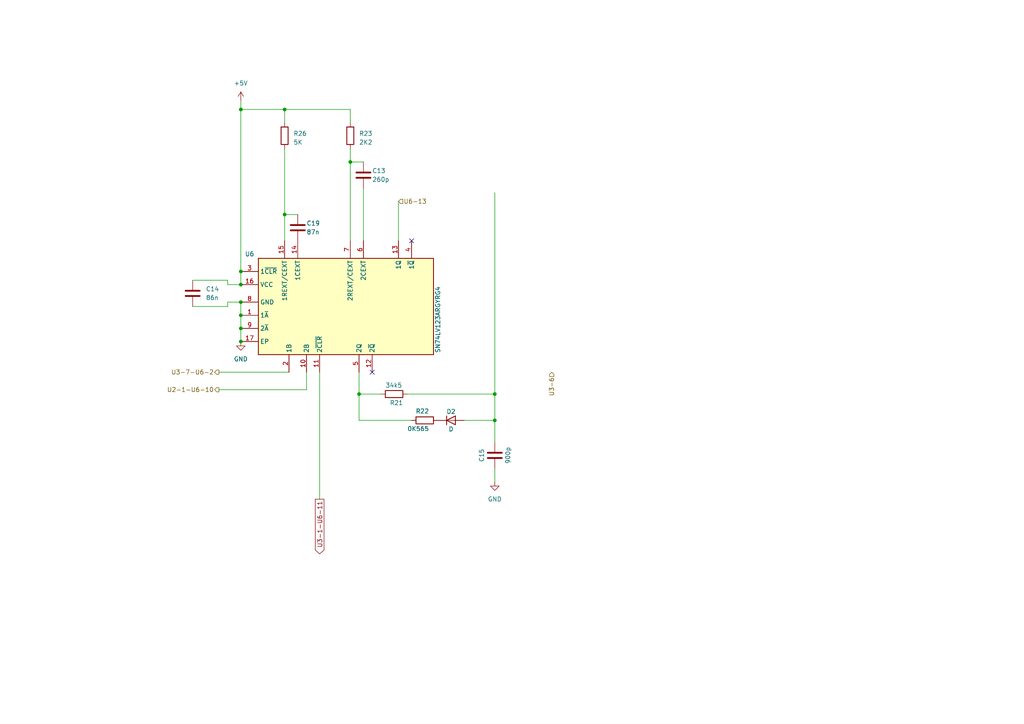
<source format=kicad_sch>
(kicad_sch (version 20230409) (generator eeschema)
  (paper "A4")
  (lib_symbols
    (symbol "Device:C" (pin_numbers hide) (pin_names (offset 0.254))
      (property "Reference" "C" (at 0.635 2.54 0))
      (property "Value" "C" (at 0.635 -2.54 0))
      (symbol "C_0_1"
        (polyline (pts (xy -2.032 -0.762) (xy 2.032 -0.762)) (stroke (width 0.508)))
        (polyline (pts (xy -2.032 0.762) (xy 2.032 0.762)) (stroke (width 0.508)))
      )
      (symbol "C_1_1"
        (pin passive line (at 0 3.81 270) (length 2.794) (name "~") (number "1"))
        (pin passive line (at 0 -3.81 90) (length 2.794) (name "~") (number "2"))
      )
    )
    (symbol "Device:D" (pin_numbers hide) (pin_names (offset 1.016) hide)
      (property "Reference" "D" (at 0 2.54 0))
      (property "Value" "D" (at 0 -2.54 0))
      (symbol "D_0_1"
        (polyline (pts (xy -1.27 1.27) (xy -1.27 -1.27)) (stroke (width 0.254)))
        (polyline (pts (xy 1.27 0) (xy -1.27 0)))
        (polyline (pts (xy 1.27 1.27) (xy 1.27 -1.27) (xy -1.27 0) (xy 1.27 1.27)) (stroke (width 0.254)))
      )
      (symbol "D_1_1"
        (pin passive line (at -3.81 0 0) (length 2.54) (name "K") (number "1"))
        (pin passive line (at 3.81 0 180) (length 2.54) (name "A") (number "2"))
      )
    )
    (symbol "Device:R" (pin_numbers hide) (pin_names (offset 0))
      (property "Reference" "R" (at 2.032 0 90))
      (property "Value" "R" (at 0 0 90))
      (symbol "R_0_1"
        (rectangle (start -1.016 -2.54) (end 1.016 2.54) (stroke (width 0.254)))
      )
      (symbol "R_1_1"
        (pin passive line (at 0 3.81 270) (length 1.27) (name "~") (number "1"))
        (pin passive line (at 0 -3.81 90) (length 1.27) (name "~") (number "2"))
      )
    )
    (symbol "SamacSys_Parts:SN74LV123ARGYRG4"
      (property "Reference" "U6" (at -27.94 13.97 0))
      (property "Value" "SN74LV123ARGYRG4" (at 26.67 -5.08 90))
      (symbol "SN74LV123ARGYRG4_1_1"
        (rectangle (start -25.4 12.7) (end 25.4 -15.24) (stroke (width 0.254)) (fill (type background)))
        (pin passive line (at -30.48 -3.81 0) (length 5.08) (name "1~{A}") (number "1"))
        (pin passive line (at -11.43 -20.32 90) (length 5.08) (name "2B") (number "10"))
        (pin passive line (at -7.62 -20.32 90) (length 5.08) (name "2~{CLR}") (number "11"))
        (pin passive line (at 7.62 -20.32 90) (length 5.08) (name "2~{Q}") (number "12"))
        (pin passive line (at 15.24 17.78 270) (length 5.08) (name "1Q") (number "13"))
        (pin passive line (at -13.97 17.78 270) (length 5.08) (name "1CEXT") (number "14"))
        (pin passive line (at -17.78 17.78 270) (length 5.08) (name "1REXT/CEXT") (number "15"))
        (pin passive line (at -30.48 5.08 0) (length 5.08) (name "VCC") (number "16"))
        (pin passive line (at -30.48 -11.43 0) (length 5.08) (name "EP") (number "17"))
        (pin passive line (at -16.51 -20.32 90) (length 5.08) (name "1B") (number "2"))
        (pin passive line (at -30.48 8.89 0) (length 5.08) (name "1~{CLR}") (number "3"))
        (pin passive line (at 19.05 17.78 270) (length 5.08) (name "1~{Q}") (number "4"))
        (pin passive line (at 3.81 -20.32 90) (length 5.08) (name "2Q") (number "5"))
        (pin passive line (at 5.08 17.78 270) (length 5.08) (name "2CEXT") (number "6"))
        (pin passive line (at 1.27 17.78 270) (length 5.08) (name "2REXT/CEXT") (number "7"))
        (pin passive line (at -30.48 0 0) (length 5.08) (name "GND") (number "8"))
        (pin passive line (at -30.48 -7.62 0) (length 5.08) (name "2~{A}") (number "9"))
      )
    )
    (symbol "power:+5V" (power) (pin_names (offset 0))
      (property "Value" "+5V" (at 0 3.556 0))
      (symbol "+5V_0_1"
        (polyline (pts (xy -0.762 1.27) (xy 0 2.54)))
        (polyline (pts (xy 0 0) (xy 0 2.54)))
        (polyline (pts (xy 0 2.54) (xy 0.762 1.27)))
      )
      (symbol "+5V_1_1"
        (pin power_in line (at 0 0 90) (length 0) hide (name "+5V") (number "1"))
      )
    )
    (symbol "power:GND" (power) (pin_names (offset 0))
      (property "Value" "GND" (at 0 -3.81 0))
      (symbol "GND_0_1"
        (polyline (pts (xy 0 0) (xy 0 -1.27) (xy 1.27 -1.27) (xy 0 -2.54) (xy -1.27 -1.27) (xy 0 -1.27)))
      )
      (symbol "GND_1_1"
        (pin power_in line (at 0 0 270) (length 0) hide (name "GND") (number "1"))
      )
    )
  )
  (junction (at 69.85 87.63))
  (junction (at 69.85 99.06))
  (junction (at 82.55 31.75))
  (junction (at 69.85 95.25))
  (junction (at 143.51 121.92))
  (junction (at 82.55 62.23))
  (junction (at 69.85 78.74))
  (junction (at 69.85 31.75))
  (junction (at 69.85 91.44))
  (junction (at 143.51 114.3))
  (junction (at 101.6 46.99))
  (junction (at 104.14 114.3))
  (junction (at 69.85 82.55))
  (no_connect (at 107.95 107.95))
  (no_connect (at 119.38 69.85))
  (wire (pts (xy 66.04 87.63) (xy 69.85 87.63)))
  (wire (pts (xy 118.11 114.3) (xy 143.51 114.3)))
  (wire (pts (xy 82.55 31.75) (xy 69.85 31.75)))
  (wire (pts (xy 119.38 121.92) (xy 104.14 121.92)))
  (wire (pts (xy 143.51 121.92) (xy 143.51 128.27)))
  (wire (pts (xy 101.6 43.18) (xy 101.6 46.99)))
  (wire (pts (xy 104.14 114.3) (xy 110.49 114.3)))
  (wire (pts (xy 55.88 88.9) (xy 66.04 88.9)))
  (wire (pts (xy 55.88 81.28) (xy 66.04 81.28)))
  (wire (pts (xy 69.85 95.25) (xy 69.85 99.06)))
  (wire (pts (xy 104.14 121.92) (xy 104.14 114.3)))
  (wire (pts (xy 134.62 121.92) (xy 143.51 121.92)))
  (wire (pts (xy 104.14 107.95) (xy 104.14 114.3)))
  (wire (pts (xy 69.85 29.21) (xy 69.85 31.75)))
  (wire (pts (xy 101.6 46.99) (xy 101.6 69.85)))
  (wire (pts (xy 69.85 31.75) (xy 69.85 78.74)))
  (wire (pts (xy 66.04 82.55) (xy 69.85 82.55)))
  (wire (pts (xy 82.55 62.23) (xy 82.55 69.85)))
  (wire (pts (xy 69.85 87.63) (xy 69.85 91.44)))
  (wire (pts (xy 82.55 62.23) (xy 86.36 62.23)))
  (wire (pts (xy 82.55 35.56) (xy 82.55 31.75)))
  (wire (pts (xy 88.9 113.03) (xy 63.5 113.03)))
  (wire (pts (xy 66.04 88.9) (xy 66.04 87.63)))
  (wire (pts (xy 143.51 114.3) (xy 143.51 121.92)))
  (wire (pts (xy 69.85 78.74) (xy 69.85 82.55)))
  (wire (pts (xy 105.41 54.61) (xy 105.41 69.85)))
  (wire (pts (xy 88.9 107.95) (xy 88.9 113.03)))
  (wire (pts (xy 92.71 107.95) (xy 92.71 144.78)))
  (wire (pts (xy 143.51 135.89) (xy 143.51 139.7)))
  (wire (pts (xy 63.5 107.95) (xy 83.82 107.95)))
  (wire (pts (xy 69.85 91.44) (xy 69.85 95.25)))
  (wire (pts (xy 115.57 58.42) (xy 115.57 69.85)))
  (wire (pts (xy 101.6 46.99) (xy 105.41 46.99)))
  (wire (pts (xy 82.55 43.18) (xy 82.55 62.23)))
  (wire (pts (xy 101.6 31.75) (xy 101.6 35.56)))
  (wire (pts (xy 82.55 31.75) (xy 101.6 31.75)))
  (wire (pts (xy 66.04 81.28) (xy 66.04 82.55)))
  (wire (pts (xy 143.51 55.88) (xy 143.51 114.3)))
  (global_label "U3-1-U6-11" (shape output) (at 92.71 144.78 270) (property "Intersheetrefs" "${INTERSHEET_REFS}" (effects hide)))
  (hierarchical_label "U3-6" (shape input) (at 160.02 107.95 270))
  (hierarchical_label "U6-13" (shape input) (at 115.57 58.42 0))
  (hierarchical_label "U2-1-U6-10" (shape output) (at 63.5 113.03 180))
  (hierarchical_label "U3-7-U6-2" (shape output) (at 63.5 107.95 180))
  (symbol (lib_id "Device:R") (at 82.55 39.37 0) (unit 1)
    (property "Reference" "R26" (at 85.09 38.735 0) (effects (justify left)))
    (property "Value" "5K" (at 85.09 41.275 0) (effects (justify left)))
    (property "Footprint" "mg_footprints:C_0603Metric" (effects hide))
  )
  (symbol (lib_id "Device:R") (at 101.6 39.37 0) (unit 1)
    (property "Reference" "R23" (at 104.14 38.735 0) (effects (justify left)))
    (property "Value" "2K2" (at 104.14 41.275 0) (effects (justify left)))
    (property "Footprint" "mg_footprints:C_0603Metric" (effects hide))
  )
  (symbol (lib_id "power:GND") (at 143.51 139.7 0) (unit 1)
    (property "Reference" "#PWR08" (effects hide))
    (property "Value" "GND" (at 143.51 144.78 0))
    (instances (project "mg" (path "" (reference "#PWR08") (unit 1)) (path "" (reference "#PWR013") (unit 1))))
  )
  (symbol (lib_id "Device:C") (at 105.41 50.8 0) (unit 1)
    (property "Reference" "C13" (at 107.95 49.53 0) (effects (justify left)))
    (property "Value" "260p" (at 107.95 52.07 0) (effects (justify left)))
    (property "Footprint" "mg_footprints:C_0603Metric" (effects hide))
  )
  (symbol (lib_id "SamacSys_Parts:SN74LV123ARGYRG4") (at 100.33 87.63 0) (unit 1)
    (property "Reference" "U6" (at 72.39 73.66 0))
    (property "Value" "SN74LV123ARGYRG4" (at 127 92.71 90))
    (property "Footprint" "mg_footprints:SN74LV123ARGYRG4" (effects hide))
    (property "Datasheet" "https://www.ti.com/lit/ds/symlink/sn74lv123a.pdf?HQS=dis-mous-null-mousermode-dsf-pf-null-wwe&ts=1650611412633&ref_url=https%253A%252F%252Fwww.mouser.dk%252F" (effects hide))
    (property "Height" "1" (effects hide))
    (property "Manufacturer_Name" "Texas Instruments" (effects hide))
    (property "Manufacturer_Part_Number" "SN74LV123ARGYRG4" (effects hide))
  )
  (symbol (lib_id "Device:R") (at 123.19 121.92 90) (unit 1)
    (property "Reference" "R22" (at 124.4611 119.2757 90) (effects (justify left)))
    (property "Value" "0K565" (at 124.4611 124.3557 90) (effects (justify left)))
    (property "Footprint" "mg_footprints:C_0603Metric" (effects hide))
  )
  (symbol (lib_id "Device:C") (at 55.88 85.09 0) (unit 1)
    (property "Reference" "C14" (at 59.69 83.82 0) (effects (justify left)))
    (property "Value" "86n" (at 59.69 86.36 0) (effects (justify left)))
    (property "Footprint" "mg_footprints:C_0603Metric" (effects hide))
  )
  (symbol (lib_id "Device:C") (at 143.51 132.08 180) (unit 1)
    (property "Reference" "C15" (at 139.7 132.08 90))
    (property "Value" "900p" (at 147.32 132.08 90))
    (property "Footprint" "mg_footprints:C_0603Metric" (effects hide))
  )
  (symbol (lib_id "Device:D") (at 130.81 121.92 0) (unit 1)
    (property "Reference" "D2" (at 130.81 119.38 0))
    (property "Value" "D" (at 130.81 124.46 0))
    (property "Footprint" "Diode_SMD:D_0402_1005Metric" (effects hide))
    (property "Sim.Device" "D" (effects hide))
    (property "Sim.Pins" "1=K 2=A" (effects hide))
  )
  (symbol (lib_id "Device:C") (at 86.36 66.04 0) (unit 1)
    (property "Reference" "C19" (at 88.9 64.77 0) (effects (justify left)))
    (property "Value" "87n" (at 88.9 67.31 0) (effects (justify left)))
    (property "Footprint" "mg_footprints:C_0603Metric" (effects hide))
  )
  (symbol (lib_id "power:GND") (at 69.85 99.06 0) (unit 1)
    (property "Reference" "#PWR08" (effects hide))
    (property "Value" "GND" (at 69.85 104.14 0))
    (instances (project "mg" (path "" (reference "#PWR08") (unit 1)) (path "" (reference "#PWR09") (unit 1))))
  )
  (symbol (lib_id "Device:R") (at 114.3 114.3 270) (unit 1)
    (property "Reference" "R21" (at 113.03 116.84 90) (effects (justify left)))
    (property "Value" "34k5" (at 111.76 111.76 90) (effects (justify left)))
    (property "Footprint" "mg_footprints:C_0603Metric" (effects hide))
  )
  (symbol (lib_id "power:+5V") (at 69.85 29.21 0) (unit 1)
    (property "Reference" "#PWR09" (effects hide))
    (property "Value" "+5V" (at 69.85 24.13 0))
    (instances (project "mg" (path "" (reference "#PWR09") (unit 1)) (path "" (reference "#PWR08") (unit 1))))
  )
)
</source>
